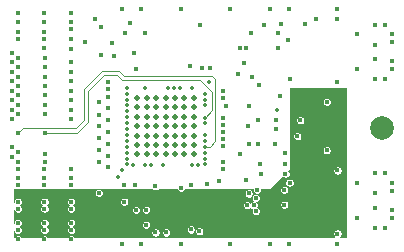
<source format=gbr>
G04 (created by PCBNEW (2013-07-07 BZR 4022)-stable) date 24/11/2015 00:30:31*
%MOIN*%
G04 Gerber Fmt 3.4, Leading zero omitted, Abs format*
%FSLAX34Y34*%
G01*
G70*
G90*
G04 APERTURE LIST*
%ADD10C,0.00590551*%
%ADD11C,0.019685*%
%ADD12C,0.0787402*%
%ADD13C,0.015748*%
%ADD14C,0.0137795*%
%ADD15C,0.015748*%
%ADD16C,0.00393701*%
G04 APERTURE END LIST*
G54D10*
G54D11*
X68307Y-52992D03*
X68937Y-52992D03*
X68622Y-52992D03*
X67677Y-52992D03*
X67992Y-52992D03*
X67362Y-52992D03*
X67047Y-52992D03*
X67047Y-52677D03*
X67362Y-52677D03*
X67992Y-52677D03*
X67677Y-52677D03*
X68622Y-52677D03*
X68937Y-52677D03*
X68307Y-52677D03*
X68307Y-52362D03*
X68937Y-52362D03*
X68622Y-52362D03*
X67677Y-52362D03*
X67992Y-52362D03*
X67362Y-52362D03*
X67047Y-52362D03*
X67047Y-51732D03*
X67362Y-51732D03*
X67992Y-51732D03*
X67677Y-51732D03*
X68622Y-51732D03*
X68937Y-51732D03*
X68307Y-51732D03*
X68307Y-52047D03*
X68937Y-52047D03*
X68622Y-52047D03*
X67677Y-52047D03*
X67992Y-52047D03*
X67362Y-52047D03*
X67047Y-52047D03*
X67047Y-51417D03*
X67362Y-51417D03*
X67992Y-51417D03*
X67677Y-51417D03*
X68622Y-51417D03*
X68937Y-51417D03*
X68307Y-51417D03*
X68307Y-51102D03*
X68937Y-51102D03*
X68622Y-51102D03*
X67677Y-51102D03*
X67992Y-51102D03*
X67362Y-51102D03*
X67047Y-51102D03*
G54D12*
X75196Y-52106D03*
G54D13*
X64842Y-54251D03*
X63070Y-54251D03*
X63956Y-54251D03*
X66614Y-55590D03*
X69685Y-55649D03*
X72618Y-50905D03*
X72244Y-52952D03*
X72657Y-48641D03*
X63956Y-54566D03*
X63070Y-54566D03*
X64842Y-54566D03*
X66811Y-48602D03*
X71082Y-51850D03*
X67303Y-48956D03*
X72125Y-53937D03*
X69133Y-48681D03*
X66633Y-48956D03*
X69114Y-55551D03*
X72480Y-51850D03*
X70610Y-49940D03*
X68838Y-54015D03*
X68838Y-55492D03*
X71082Y-52637D03*
X62874Y-53070D03*
X63976Y-52992D03*
X71003Y-54881D03*
X63070Y-53228D03*
X72381Y-52381D03*
X63070Y-52913D03*
X71988Y-53326D03*
X71830Y-48641D03*
X72066Y-49192D03*
X71948Y-54665D03*
X71948Y-54173D03*
X71043Y-54173D03*
X70925Y-54685D03*
X70708Y-54685D03*
X71732Y-49448D03*
X71279Y-48681D03*
X70826Y-48956D03*
X71732Y-48956D03*
X70472Y-49448D03*
X70688Y-49448D03*
X64842Y-49133D03*
X64842Y-54015D03*
X64842Y-53779D03*
X64842Y-48818D03*
X64842Y-48582D03*
X64842Y-48267D03*
X74960Y-49330D03*
X74960Y-49822D03*
X64842Y-55826D03*
X64842Y-55511D03*
X64842Y-55275D03*
X64842Y-53464D03*
X62874Y-49606D03*
X64842Y-49488D03*
X63956Y-49448D03*
X63956Y-48897D03*
X63070Y-49133D03*
X63956Y-49133D03*
X63956Y-48267D03*
X63956Y-48582D03*
X63070Y-48267D03*
X63070Y-48582D03*
X63070Y-48897D03*
X63956Y-55826D03*
X63956Y-55275D03*
X63070Y-55275D03*
X63956Y-55511D03*
X63070Y-55511D03*
X63070Y-55826D03*
X64842Y-54803D03*
X63956Y-54803D03*
X63956Y-54015D03*
X63956Y-53779D03*
X63956Y-53464D03*
X63070Y-54803D03*
X63070Y-54015D03*
X63070Y-53779D03*
X63070Y-53464D03*
X65846Y-48759D03*
X66555Y-55964D03*
X67185Y-55964D03*
X68523Y-55964D03*
X70137Y-55964D03*
X71476Y-55964D03*
X72106Y-55964D03*
X73720Y-55964D03*
X73720Y-55629D03*
X73720Y-53523D03*
X73366Y-52854D03*
X73720Y-50570D03*
X73366Y-51240D03*
X73720Y-48464D03*
X73011Y-48464D03*
X73720Y-48129D03*
X72106Y-48129D03*
X71476Y-48129D03*
X70137Y-48129D03*
X68523Y-48129D03*
X67185Y-48129D03*
X66555Y-48129D03*
X65649Y-48464D03*
X65295Y-49232D03*
X74370Y-55118D03*
X74370Y-53937D03*
X75314Y-55433D03*
X75314Y-53622D03*
X75314Y-50472D03*
X75314Y-48661D03*
X67657Y-55590D03*
X68011Y-55590D03*
X67007Y-54842D03*
X65846Y-49685D03*
X65767Y-54271D03*
G54D14*
X68484Y-50767D03*
X68287Y-50767D03*
X69074Y-53346D03*
G54D13*
X69488Y-50118D03*
X75551Y-54842D03*
X75551Y-54212D03*
X74960Y-54763D03*
X74960Y-55433D03*
X75551Y-55118D03*
X74960Y-54291D03*
X74960Y-53622D03*
X75551Y-53937D03*
X74960Y-50472D03*
X75551Y-50157D03*
X75551Y-49881D03*
X75551Y-49251D03*
X74960Y-48661D03*
X75551Y-48976D03*
X68818Y-50039D03*
X67342Y-55334D03*
X67342Y-54842D03*
X72125Y-50472D03*
G54D14*
X68877Y-50767D03*
G54D13*
X68503Y-54094D03*
X70767Y-54291D03*
G54D14*
X68877Y-53346D03*
G54D13*
X71633Y-52637D03*
X69783Y-53877D03*
X70669Y-53858D03*
X71988Y-53641D03*
X70748Y-52047D03*
X66279Y-49724D03*
X66948Y-49625D03*
X71141Y-53326D03*
X71988Y-52952D03*
X70787Y-52637D03*
X71811Y-51043D03*
X71122Y-50669D03*
X70787Y-51377D03*
X70866Y-50393D03*
X70393Y-50295D03*
X74370Y-50157D03*
X74370Y-48976D03*
X66200Y-49291D03*
X65787Y-51259D03*
G54D14*
X69291Y-51948D03*
X67500Y-53346D03*
G54D13*
X67657Y-54055D03*
G54D14*
X69448Y-50570D03*
G54D13*
X69921Y-53228D03*
X69921Y-52017D03*
G54D14*
X67322Y-50767D03*
G54D13*
X67007Y-50137D03*
X69370Y-53976D03*
G54D14*
X69291Y-51161D03*
G54D13*
X69901Y-50866D03*
X66968Y-53996D03*
X66062Y-50590D03*
G54D14*
X66712Y-52342D03*
X66712Y-51751D03*
G54D13*
X69901Y-51102D03*
G54D14*
X69291Y-53326D03*
X68090Y-50767D03*
G54D13*
X69192Y-50118D03*
G54D14*
X67893Y-53346D03*
X67303Y-53346D03*
X71712Y-51515D03*
X69291Y-50964D03*
X69291Y-53129D03*
G54D13*
X69921Y-53484D03*
X66614Y-54566D03*
G54D14*
X66909Y-53346D03*
G54D13*
X69921Y-52696D03*
X69921Y-52460D03*
G54D14*
X69291Y-52549D03*
G54D13*
X71003Y-54438D03*
G54D14*
X69291Y-52352D03*
G54D13*
X71181Y-53641D03*
G54D14*
X69291Y-52933D03*
G54D13*
X70472Y-52972D03*
G54D14*
X69291Y-51358D03*
G54D13*
X70000Y-51377D03*
X63976Y-53228D03*
X69921Y-52244D03*
X69921Y-51791D03*
X62874Y-52755D03*
X66062Y-52244D03*
X63976Y-50708D03*
X65787Y-52047D03*
X64842Y-50551D03*
X62874Y-50551D03*
G54D14*
X66712Y-51948D03*
G54D13*
X63976Y-49763D03*
X66062Y-50826D03*
X63070Y-49763D03*
G54D14*
X66712Y-50767D03*
G54D13*
X63976Y-50393D03*
X66062Y-51850D03*
X63070Y-50393D03*
G54D14*
X66712Y-51555D03*
G54D13*
X64842Y-50236D03*
X65787Y-51673D03*
X62874Y-50236D03*
G54D14*
X66712Y-51358D03*
G54D13*
X63976Y-50078D03*
X66062Y-51456D03*
G54D14*
X66712Y-51161D03*
G54D13*
X63070Y-50078D03*
X64842Y-49921D03*
X66062Y-51062D03*
X62874Y-49921D03*
G54D14*
X66712Y-50964D03*
G54D13*
X63070Y-50708D03*
G54D14*
X66712Y-52145D03*
G54D13*
X63976Y-52283D03*
G54D14*
X69291Y-51761D03*
G54D13*
X71673Y-51850D03*
X65787Y-52440D03*
X64842Y-50866D03*
X66062Y-52637D03*
X63976Y-51023D03*
G54D14*
X66712Y-52736D03*
G54D13*
X63070Y-51023D03*
X63976Y-51653D03*
G54D14*
X66535Y-53523D03*
G54D13*
X63070Y-51653D03*
X66614Y-53996D03*
X64842Y-51811D03*
X65787Y-52834D03*
X62874Y-51181D03*
G54D14*
X66712Y-52933D03*
G54D13*
X64842Y-51496D03*
X66062Y-53031D03*
X62874Y-51496D03*
G54D14*
X66712Y-53129D03*
G54D13*
X64842Y-51181D03*
X65787Y-53248D03*
G54D14*
X66712Y-53326D03*
G54D13*
X62874Y-51811D03*
X63976Y-51338D03*
X66062Y-53425D03*
X63070Y-51338D03*
G54D14*
X66417Y-53759D03*
G54D13*
X62874Y-50866D03*
G54D14*
X66712Y-52539D03*
G54D13*
X63070Y-52283D03*
X71673Y-52145D03*
G54D14*
X69291Y-52746D03*
G54D15*
X64842Y-54251D02*
X65118Y-54251D01*
X66614Y-55118D02*
X65984Y-55118D01*
X65984Y-55118D02*
X65137Y-54271D01*
X65118Y-54251D02*
X65137Y-54271D01*
X66614Y-55590D02*
X66614Y-55118D01*
X69685Y-55649D02*
X69153Y-55118D01*
X69153Y-55118D02*
X66614Y-55118D01*
X72244Y-52952D02*
X72834Y-52952D01*
X69685Y-55649D02*
X71653Y-55649D01*
X71653Y-55649D02*
X72834Y-54468D01*
X72834Y-54468D02*
X72834Y-52952D01*
X72834Y-52952D02*
X72834Y-51122D01*
X72834Y-51122D02*
X72618Y-50905D01*
G54D16*
X63976Y-52283D02*
X65039Y-52283D01*
X69527Y-51525D02*
X69291Y-51761D01*
X69527Y-50905D02*
X69527Y-51525D01*
X69133Y-50511D02*
X69527Y-50905D01*
X66535Y-50511D02*
X69133Y-50511D01*
X66377Y-50354D02*
X66535Y-50511D01*
X65944Y-50354D02*
X66377Y-50354D01*
X65413Y-50885D02*
X65944Y-50354D01*
X65413Y-51909D02*
X65413Y-50885D01*
X65039Y-52283D02*
X65413Y-51909D01*
X63070Y-52283D02*
X63248Y-52106D01*
X69458Y-52746D02*
X69291Y-52746D01*
X69645Y-52559D02*
X69458Y-52746D01*
X69645Y-50472D02*
X69645Y-52559D01*
X69547Y-50374D02*
X69645Y-50472D01*
X66614Y-50374D02*
X69547Y-50374D01*
X66456Y-50216D02*
X66614Y-50374D01*
X65866Y-50216D02*
X66456Y-50216D01*
X65275Y-50807D02*
X65866Y-50216D01*
X65275Y-51850D02*
X65275Y-50807D01*
X65019Y-52106D02*
X65275Y-51850D01*
X63248Y-52106D02*
X65019Y-52106D01*
G54D10*
G36*
X73996Y-55728D02*
X73816Y-55728D01*
X73837Y-55708D01*
X73858Y-55657D01*
X73858Y-55602D01*
X73858Y-53496D01*
X73837Y-53445D01*
X73798Y-53406D01*
X73748Y-53385D01*
X73693Y-53385D01*
X73642Y-53406D01*
X73603Y-53445D01*
X73582Y-53496D01*
X73582Y-53550D01*
X73603Y-53601D01*
X73642Y-53640D01*
X73692Y-53661D01*
X73747Y-53661D01*
X73798Y-53640D01*
X73837Y-53601D01*
X73858Y-53551D01*
X73858Y-53496D01*
X73858Y-55602D01*
X73837Y-55551D01*
X73798Y-55513D01*
X73748Y-55492D01*
X73693Y-55492D01*
X73642Y-55513D01*
X73603Y-55551D01*
X73582Y-55602D01*
X73582Y-55657D01*
X73603Y-55707D01*
X73624Y-55728D01*
X73503Y-55728D01*
X73503Y-52827D01*
X73503Y-51212D01*
X73483Y-51162D01*
X73444Y-51123D01*
X73393Y-51102D01*
X73338Y-51102D01*
X73288Y-51123D01*
X73249Y-51162D01*
X73228Y-51212D01*
X73228Y-51267D01*
X73249Y-51318D01*
X73287Y-51356D01*
X73338Y-51377D01*
X73393Y-51377D01*
X73444Y-51357D01*
X73482Y-51318D01*
X73503Y-51267D01*
X73503Y-51212D01*
X73503Y-52827D01*
X73483Y-52776D01*
X73444Y-52737D01*
X73393Y-52716D01*
X73338Y-52716D01*
X73288Y-52737D01*
X73249Y-52776D01*
X73228Y-52826D01*
X73228Y-52881D01*
X73249Y-52932D01*
X73287Y-52971D01*
X73338Y-52992D01*
X73393Y-52992D01*
X73444Y-52971D01*
X73482Y-52932D01*
X73503Y-52881D01*
X73503Y-52827D01*
X73503Y-55728D01*
X72618Y-55728D01*
X72618Y-51823D01*
X72597Y-51772D01*
X72558Y-51733D01*
X72507Y-51712D01*
X72453Y-51712D01*
X72402Y-51733D01*
X72363Y-51772D01*
X72342Y-51822D01*
X72342Y-51877D01*
X72363Y-51928D01*
X72402Y-51967D01*
X72452Y-51988D01*
X72507Y-51988D01*
X72558Y-51967D01*
X72597Y-51928D01*
X72618Y-51877D01*
X72618Y-51823D01*
X72618Y-55728D01*
X72519Y-55728D01*
X72519Y-52354D01*
X72498Y-52303D01*
X72460Y-52265D01*
X72409Y-52244D01*
X72354Y-52244D01*
X72303Y-52265D01*
X72265Y-52303D01*
X72244Y-52354D01*
X72244Y-52409D01*
X72265Y-52459D01*
X72303Y-52498D01*
X72354Y-52519D01*
X72409Y-52519D01*
X72459Y-52498D01*
X72498Y-52460D01*
X72519Y-52409D01*
X72519Y-52354D01*
X72519Y-55728D01*
X72263Y-55728D01*
X72263Y-53909D01*
X72242Y-53859D01*
X72204Y-53820D01*
X72153Y-53799D01*
X72098Y-53799D01*
X72048Y-53820D01*
X72009Y-53858D01*
X71988Y-53909D01*
X71988Y-53964D01*
X72009Y-54014D01*
X72047Y-54053D01*
X72098Y-54074D01*
X72153Y-54074D01*
X72203Y-54053D01*
X72242Y-54015D01*
X72263Y-53964D01*
X72263Y-53909D01*
X72263Y-55728D01*
X72086Y-55728D01*
X72086Y-54638D01*
X72086Y-54145D01*
X72065Y-54095D01*
X72026Y-54056D01*
X71976Y-54035D01*
X71921Y-54035D01*
X71870Y-54056D01*
X71832Y-54095D01*
X71811Y-54145D01*
X71810Y-54200D01*
X71831Y-54251D01*
X71870Y-54289D01*
X71921Y-54310D01*
X71976Y-54311D01*
X72026Y-54290D01*
X72065Y-54251D01*
X72086Y-54200D01*
X72086Y-54145D01*
X72086Y-54638D01*
X72065Y-54587D01*
X72026Y-54548D01*
X71976Y-54527D01*
X71921Y-54527D01*
X71870Y-54548D01*
X71832Y-54587D01*
X71811Y-54637D01*
X71810Y-54692D01*
X71831Y-54743D01*
X71870Y-54782D01*
X71921Y-54803D01*
X71976Y-54803D01*
X72026Y-54782D01*
X72065Y-54743D01*
X72086Y-54692D01*
X72086Y-54638D01*
X72086Y-55728D01*
X69251Y-55728D01*
X69251Y-55523D01*
X69231Y-55473D01*
X69192Y-55434D01*
X69141Y-55413D01*
X69086Y-55413D01*
X69036Y-55434D01*
X68997Y-55473D01*
X68976Y-55523D01*
X68976Y-55464D01*
X68955Y-55414D01*
X68916Y-55375D01*
X68866Y-55354D01*
X68811Y-55354D01*
X68760Y-55375D01*
X68721Y-55413D01*
X68700Y-55464D01*
X68700Y-55519D01*
X68721Y-55570D01*
X68760Y-55608D01*
X68811Y-55629D01*
X68865Y-55629D01*
X68916Y-55609D01*
X68955Y-55570D01*
X68976Y-55519D01*
X68976Y-55464D01*
X68976Y-55523D01*
X68976Y-55578D01*
X68997Y-55629D01*
X69036Y-55667D01*
X69086Y-55688D01*
X69141Y-55689D01*
X69192Y-55668D01*
X69230Y-55629D01*
X69251Y-55578D01*
X69251Y-55523D01*
X69251Y-55728D01*
X68039Y-55728D01*
X68089Y-55707D01*
X68128Y-55668D01*
X68149Y-55618D01*
X68149Y-55563D01*
X68128Y-55512D01*
X68089Y-55473D01*
X68039Y-55452D01*
X67984Y-55452D01*
X67933Y-55473D01*
X67895Y-55512D01*
X67874Y-55563D01*
X67873Y-55617D01*
X67894Y-55668D01*
X67933Y-55707D01*
X67984Y-55728D01*
X68011Y-55728D01*
X67684Y-55728D01*
X67735Y-55707D01*
X67774Y-55668D01*
X67795Y-55618D01*
X67795Y-55563D01*
X67774Y-55512D01*
X67735Y-55473D01*
X67685Y-55452D01*
X67630Y-55452D01*
X67579Y-55473D01*
X67540Y-55512D01*
X67519Y-55563D01*
X67519Y-55617D01*
X67540Y-55668D01*
X67579Y-55707D01*
X67629Y-55728D01*
X67657Y-55728D01*
X67480Y-55728D01*
X67480Y-55307D01*
X67480Y-54815D01*
X67459Y-54764D01*
X67420Y-54725D01*
X67370Y-54704D01*
X67315Y-54704D01*
X67264Y-54725D01*
X67225Y-54764D01*
X67204Y-54814D01*
X67204Y-54869D01*
X67225Y-54920D01*
X67264Y-54959D01*
X67314Y-54980D01*
X67369Y-54980D01*
X67420Y-54959D01*
X67459Y-54920D01*
X67480Y-54870D01*
X67480Y-54815D01*
X67480Y-55307D01*
X67459Y-55256D01*
X67420Y-55217D01*
X67370Y-55196D01*
X67315Y-55196D01*
X67264Y-55217D01*
X67225Y-55256D01*
X67204Y-55307D01*
X67204Y-55361D01*
X67225Y-55412D01*
X67264Y-55451D01*
X67314Y-55472D01*
X67369Y-55472D01*
X67420Y-55451D01*
X67459Y-55412D01*
X67480Y-55362D01*
X67480Y-55307D01*
X67480Y-55728D01*
X67145Y-55728D01*
X67145Y-54815D01*
X67124Y-54764D01*
X67086Y-54725D01*
X67035Y-54704D01*
X66980Y-54704D01*
X66929Y-54725D01*
X66891Y-54764D01*
X66870Y-54814D01*
X66870Y-54869D01*
X66890Y-54920D01*
X66929Y-54959D01*
X66980Y-54980D01*
X67035Y-54980D01*
X67085Y-54959D01*
X67124Y-54920D01*
X67145Y-54870D01*
X67145Y-54815D01*
X67145Y-55728D01*
X66751Y-55728D01*
X66751Y-54539D01*
X66731Y-54488D01*
X66692Y-54450D01*
X66641Y-54429D01*
X66586Y-54429D01*
X66536Y-54450D01*
X66497Y-54488D01*
X66476Y-54539D01*
X66476Y-54594D01*
X66497Y-54644D01*
X66536Y-54683D01*
X66586Y-54704D01*
X66641Y-54704D01*
X66692Y-54683D01*
X66730Y-54645D01*
X66751Y-54594D01*
X66751Y-54539D01*
X66751Y-55728D01*
X64980Y-55728D01*
X64980Y-55484D01*
X64959Y-55433D01*
X64920Y-55395D01*
X64917Y-55393D01*
X64920Y-55392D01*
X64959Y-55353D01*
X64980Y-55303D01*
X64980Y-55248D01*
X64980Y-54775D01*
X64959Y-54725D01*
X64920Y-54686D01*
X64917Y-54685D01*
X64920Y-54683D01*
X64959Y-54645D01*
X64980Y-54594D01*
X64980Y-54539D01*
X64959Y-54488D01*
X64920Y-54450D01*
X64870Y-54429D01*
X64815Y-54429D01*
X64764Y-54450D01*
X64725Y-54488D01*
X64704Y-54539D01*
X64704Y-54594D01*
X64725Y-54644D01*
X64764Y-54683D01*
X64767Y-54685D01*
X64764Y-54686D01*
X64725Y-54724D01*
X64704Y-54775D01*
X64704Y-54830D01*
X64725Y-54881D01*
X64764Y-54919D01*
X64814Y-54940D01*
X64869Y-54940D01*
X64920Y-54920D01*
X64959Y-54881D01*
X64980Y-54830D01*
X64980Y-54775D01*
X64980Y-55248D01*
X64959Y-55197D01*
X64920Y-55158D01*
X64870Y-55137D01*
X64815Y-55137D01*
X64764Y-55158D01*
X64725Y-55197D01*
X64704Y-55248D01*
X64704Y-55302D01*
X64725Y-55353D01*
X64764Y-55392D01*
X64767Y-55393D01*
X64764Y-55394D01*
X64725Y-55433D01*
X64704Y-55484D01*
X64704Y-55539D01*
X64725Y-55589D01*
X64764Y-55628D01*
X64814Y-55649D01*
X64869Y-55649D01*
X64920Y-55628D01*
X64959Y-55589D01*
X64980Y-55539D01*
X64980Y-55484D01*
X64980Y-55728D01*
X64938Y-55728D01*
X64920Y-55710D01*
X64870Y-55689D01*
X64815Y-55688D01*
X64764Y-55709D01*
X64746Y-55728D01*
X64094Y-55728D01*
X64094Y-55484D01*
X64073Y-55433D01*
X64034Y-55395D01*
X64031Y-55393D01*
X64034Y-55392D01*
X64073Y-55353D01*
X64094Y-55303D01*
X64094Y-55248D01*
X64094Y-54775D01*
X64073Y-54725D01*
X64034Y-54686D01*
X64031Y-54685D01*
X64034Y-54683D01*
X64073Y-54645D01*
X64094Y-54594D01*
X64094Y-54539D01*
X64073Y-54488D01*
X64034Y-54450D01*
X63984Y-54429D01*
X63929Y-54429D01*
X63878Y-54450D01*
X63839Y-54488D01*
X63818Y-54539D01*
X63818Y-54594D01*
X63839Y-54644D01*
X63878Y-54683D01*
X63881Y-54685D01*
X63878Y-54686D01*
X63839Y-54724D01*
X63818Y-54775D01*
X63818Y-54830D01*
X63839Y-54881D01*
X63878Y-54919D01*
X63929Y-54940D01*
X63983Y-54940D01*
X64034Y-54920D01*
X64073Y-54881D01*
X64094Y-54830D01*
X64094Y-54775D01*
X64094Y-55248D01*
X64073Y-55197D01*
X64034Y-55158D01*
X63984Y-55137D01*
X63929Y-55137D01*
X63878Y-55158D01*
X63839Y-55197D01*
X63818Y-55248D01*
X63818Y-55302D01*
X63839Y-55353D01*
X63878Y-55392D01*
X63881Y-55393D01*
X63878Y-55394D01*
X63839Y-55433D01*
X63818Y-55484D01*
X63818Y-55539D01*
X63839Y-55589D01*
X63878Y-55628D01*
X63929Y-55649D01*
X63983Y-55649D01*
X64034Y-55628D01*
X64073Y-55589D01*
X64094Y-55539D01*
X64094Y-55484D01*
X64094Y-55728D01*
X64053Y-55728D01*
X64034Y-55710D01*
X63984Y-55689D01*
X63929Y-55688D01*
X63878Y-55709D01*
X63860Y-55728D01*
X63167Y-55728D01*
X63149Y-55710D01*
X63098Y-55689D01*
X63043Y-55688D01*
X62992Y-55709D01*
X62974Y-55728D01*
X62933Y-55728D01*
X62933Y-55539D01*
X62953Y-55589D01*
X62992Y-55628D01*
X63043Y-55649D01*
X63098Y-55649D01*
X63148Y-55628D01*
X63187Y-55589D01*
X63208Y-55539D01*
X63208Y-55484D01*
X63187Y-55433D01*
X63149Y-55395D01*
X63145Y-55393D01*
X63148Y-55392D01*
X63187Y-55353D01*
X63208Y-55303D01*
X63208Y-55248D01*
X63187Y-55197D01*
X63149Y-55158D01*
X63098Y-55137D01*
X63043Y-55137D01*
X62992Y-55158D01*
X62954Y-55197D01*
X62933Y-55248D01*
X62933Y-55275D01*
X62933Y-54830D01*
X62953Y-54881D01*
X62992Y-54919D01*
X63043Y-54940D01*
X63098Y-54940D01*
X63148Y-54920D01*
X63187Y-54881D01*
X63208Y-54830D01*
X63208Y-54775D01*
X63187Y-54725D01*
X63149Y-54686D01*
X63145Y-54685D01*
X63148Y-54683D01*
X63187Y-54645D01*
X63208Y-54594D01*
X63208Y-54539D01*
X63187Y-54488D01*
X63149Y-54450D01*
X63098Y-54429D01*
X63043Y-54429D01*
X62992Y-54450D01*
X62954Y-54488D01*
X62933Y-54539D01*
X62933Y-54566D01*
X62933Y-54133D01*
X62995Y-54133D01*
X63043Y-54153D01*
X63098Y-54153D01*
X63145Y-54133D01*
X63881Y-54133D01*
X63929Y-54153D01*
X63983Y-54153D01*
X64031Y-54133D01*
X64767Y-54133D01*
X64814Y-54153D01*
X64869Y-54153D01*
X64917Y-54133D01*
X65740Y-54133D01*
X65689Y-54154D01*
X65650Y-54193D01*
X65629Y-54244D01*
X65629Y-54298D01*
X65650Y-54349D01*
X65689Y-54388D01*
X65740Y-54409D01*
X65795Y-54409D01*
X65845Y-54388D01*
X65884Y-54349D01*
X65905Y-54299D01*
X65905Y-54244D01*
X65884Y-54193D01*
X65845Y-54154D01*
X65795Y-54133D01*
X65767Y-54133D01*
X66614Y-54133D01*
X66641Y-54133D01*
X66641Y-54133D01*
X66968Y-54133D01*
X66995Y-54133D01*
X66995Y-54133D01*
X67541Y-54133D01*
X67579Y-54171D01*
X67629Y-54192D01*
X67684Y-54192D01*
X67735Y-54172D01*
X67773Y-54133D01*
X68371Y-54133D01*
X68387Y-54172D01*
X68425Y-54211D01*
X68476Y-54232D01*
X68531Y-54232D01*
X68581Y-54211D01*
X68620Y-54172D01*
X68636Y-54133D01*
X68763Y-54133D01*
X68811Y-54153D01*
X68865Y-54153D01*
X68913Y-54133D01*
X70910Y-54133D01*
X70905Y-54145D01*
X70905Y-54200D01*
X70926Y-54251D01*
X70965Y-54289D01*
X70992Y-54301D01*
X70976Y-54301D01*
X70925Y-54322D01*
X70888Y-54359D01*
X70905Y-54318D01*
X70905Y-54264D01*
X70884Y-54213D01*
X70845Y-54174D01*
X70795Y-54153D01*
X70740Y-54153D01*
X70689Y-54174D01*
X70650Y-54213D01*
X70629Y-54263D01*
X70629Y-54318D01*
X70650Y-54369D01*
X70689Y-54408D01*
X70740Y-54429D01*
X70795Y-54429D01*
X70845Y-54408D01*
X70882Y-54370D01*
X70866Y-54411D01*
X70866Y-54466D01*
X70887Y-54516D01*
X70917Y-54547D01*
X70897Y-54547D01*
X70847Y-54568D01*
X70816Y-54598D01*
X70786Y-54568D01*
X70736Y-54547D01*
X70681Y-54547D01*
X70630Y-54568D01*
X70591Y-54606D01*
X70570Y-54657D01*
X70570Y-54712D01*
X70591Y-54762D01*
X70630Y-54801D01*
X70681Y-54822D01*
X70735Y-54822D01*
X70786Y-54801D01*
X70816Y-54771D01*
X70847Y-54801D01*
X70881Y-54816D01*
X70866Y-54854D01*
X70866Y-54909D01*
X70887Y-54959D01*
X70925Y-54998D01*
X70976Y-55019D01*
X71031Y-55019D01*
X71081Y-54998D01*
X71120Y-54960D01*
X71141Y-54909D01*
X71141Y-54854D01*
X71120Y-54803D01*
X71082Y-54765D01*
X71047Y-54750D01*
X71062Y-54712D01*
X71063Y-54657D01*
X71042Y-54607D01*
X71011Y-54576D01*
X71031Y-54576D01*
X71081Y-54555D01*
X71120Y-54517D01*
X71141Y-54466D01*
X71141Y-54411D01*
X71120Y-54361D01*
X71082Y-54322D01*
X71055Y-54311D01*
X71070Y-54311D01*
X71121Y-54290D01*
X71160Y-54251D01*
X71181Y-54200D01*
X71181Y-54145D01*
X71176Y-54133D01*
X71484Y-54133D01*
X71884Y-53733D01*
X71910Y-53758D01*
X71960Y-53779D01*
X72015Y-53779D01*
X72066Y-53758D01*
X72104Y-53719D01*
X72125Y-53669D01*
X72126Y-53614D01*
X72105Y-53563D01*
X72079Y-53538D01*
X72145Y-53472D01*
X72145Y-50767D01*
X73996Y-50767D01*
X73996Y-55728D01*
X73996Y-55728D01*
G37*
G54D16*
X73996Y-55728D02*
X73816Y-55728D01*
X73837Y-55708D01*
X73858Y-55657D01*
X73858Y-55602D01*
X73858Y-53496D01*
X73837Y-53445D01*
X73798Y-53406D01*
X73748Y-53385D01*
X73693Y-53385D01*
X73642Y-53406D01*
X73603Y-53445D01*
X73582Y-53496D01*
X73582Y-53550D01*
X73603Y-53601D01*
X73642Y-53640D01*
X73692Y-53661D01*
X73747Y-53661D01*
X73798Y-53640D01*
X73837Y-53601D01*
X73858Y-53551D01*
X73858Y-53496D01*
X73858Y-55602D01*
X73837Y-55551D01*
X73798Y-55513D01*
X73748Y-55492D01*
X73693Y-55492D01*
X73642Y-55513D01*
X73603Y-55551D01*
X73582Y-55602D01*
X73582Y-55657D01*
X73603Y-55707D01*
X73624Y-55728D01*
X73503Y-55728D01*
X73503Y-52827D01*
X73503Y-51212D01*
X73483Y-51162D01*
X73444Y-51123D01*
X73393Y-51102D01*
X73338Y-51102D01*
X73288Y-51123D01*
X73249Y-51162D01*
X73228Y-51212D01*
X73228Y-51267D01*
X73249Y-51318D01*
X73287Y-51356D01*
X73338Y-51377D01*
X73393Y-51377D01*
X73444Y-51357D01*
X73482Y-51318D01*
X73503Y-51267D01*
X73503Y-51212D01*
X73503Y-52827D01*
X73483Y-52776D01*
X73444Y-52737D01*
X73393Y-52716D01*
X73338Y-52716D01*
X73288Y-52737D01*
X73249Y-52776D01*
X73228Y-52826D01*
X73228Y-52881D01*
X73249Y-52932D01*
X73287Y-52971D01*
X73338Y-52992D01*
X73393Y-52992D01*
X73444Y-52971D01*
X73482Y-52932D01*
X73503Y-52881D01*
X73503Y-52827D01*
X73503Y-55728D01*
X72618Y-55728D01*
X72618Y-51823D01*
X72597Y-51772D01*
X72558Y-51733D01*
X72507Y-51712D01*
X72453Y-51712D01*
X72402Y-51733D01*
X72363Y-51772D01*
X72342Y-51822D01*
X72342Y-51877D01*
X72363Y-51928D01*
X72402Y-51967D01*
X72452Y-51988D01*
X72507Y-51988D01*
X72558Y-51967D01*
X72597Y-51928D01*
X72618Y-51877D01*
X72618Y-51823D01*
X72618Y-55728D01*
X72519Y-55728D01*
X72519Y-52354D01*
X72498Y-52303D01*
X72460Y-52265D01*
X72409Y-52244D01*
X72354Y-52244D01*
X72303Y-52265D01*
X72265Y-52303D01*
X72244Y-52354D01*
X72244Y-52409D01*
X72265Y-52459D01*
X72303Y-52498D01*
X72354Y-52519D01*
X72409Y-52519D01*
X72459Y-52498D01*
X72498Y-52460D01*
X72519Y-52409D01*
X72519Y-52354D01*
X72519Y-55728D01*
X72263Y-55728D01*
X72263Y-53909D01*
X72242Y-53859D01*
X72204Y-53820D01*
X72153Y-53799D01*
X72098Y-53799D01*
X72048Y-53820D01*
X72009Y-53858D01*
X71988Y-53909D01*
X71988Y-53964D01*
X72009Y-54014D01*
X72047Y-54053D01*
X72098Y-54074D01*
X72153Y-54074D01*
X72203Y-54053D01*
X72242Y-54015D01*
X72263Y-53964D01*
X72263Y-53909D01*
X72263Y-55728D01*
X72086Y-55728D01*
X72086Y-54638D01*
X72086Y-54145D01*
X72065Y-54095D01*
X72026Y-54056D01*
X71976Y-54035D01*
X71921Y-54035D01*
X71870Y-54056D01*
X71832Y-54095D01*
X71811Y-54145D01*
X71810Y-54200D01*
X71831Y-54251D01*
X71870Y-54289D01*
X71921Y-54310D01*
X71976Y-54311D01*
X72026Y-54290D01*
X72065Y-54251D01*
X72086Y-54200D01*
X72086Y-54145D01*
X72086Y-54638D01*
X72065Y-54587D01*
X72026Y-54548D01*
X71976Y-54527D01*
X71921Y-54527D01*
X71870Y-54548D01*
X71832Y-54587D01*
X71811Y-54637D01*
X71810Y-54692D01*
X71831Y-54743D01*
X71870Y-54782D01*
X71921Y-54803D01*
X71976Y-54803D01*
X72026Y-54782D01*
X72065Y-54743D01*
X72086Y-54692D01*
X72086Y-54638D01*
X72086Y-55728D01*
X69251Y-55728D01*
X69251Y-55523D01*
X69231Y-55473D01*
X69192Y-55434D01*
X69141Y-55413D01*
X69086Y-55413D01*
X69036Y-55434D01*
X68997Y-55473D01*
X68976Y-55523D01*
X68976Y-55464D01*
X68955Y-55414D01*
X68916Y-55375D01*
X68866Y-55354D01*
X68811Y-55354D01*
X68760Y-55375D01*
X68721Y-55413D01*
X68700Y-55464D01*
X68700Y-55519D01*
X68721Y-55570D01*
X68760Y-55608D01*
X68811Y-55629D01*
X68865Y-55629D01*
X68916Y-55609D01*
X68955Y-55570D01*
X68976Y-55519D01*
X68976Y-55464D01*
X68976Y-55523D01*
X68976Y-55578D01*
X68997Y-55629D01*
X69036Y-55667D01*
X69086Y-55688D01*
X69141Y-55689D01*
X69192Y-55668D01*
X69230Y-55629D01*
X69251Y-55578D01*
X69251Y-55523D01*
X69251Y-55728D01*
X68039Y-55728D01*
X68089Y-55707D01*
X68128Y-55668D01*
X68149Y-55618D01*
X68149Y-55563D01*
X68128Y-55512D01*
X68089Y-55473D01*
X68039Y-55452D01*
X67984Y-55452D01*
X67933Y-55473D01*
X67895Y-55512D01*
X67874Y-55563D01*
X67873Y-55617D01*
X67894Y-55668D01*
X67933Y-55707D01*
X67984Y-55728D01*
X68011Y-55728D01*
X67684Y-55728D01*
X67735Y-55707D01*
X67774Y-55668D01*
X67795Y-55618D01*
X67795Y-55563D01*
X67774Y-55512D01*
X67735Y-55473D01*
X67685Y-55452D01*
X67630Y-55452D01*
X67579Y-55473D01*
X67540Y-55512D01*
X67519Y-55563D01*
X67519Y-55617D01*
X67540Y-55668D01*
X67579Y-55707D01*
X67629Y-55728D01*
X67657Y-55728D01*
X67480Y-55728D01*
X67480Y-55307D01*
X67480Y-54815D01*
X67459Y-54764D01*
X67420Y-54725D01*
X67370Y-54704D01*
X67315Y-54704D01*
X67264Y-54725D01*
X67225Y-54764D01*
X67204Y-54814D01*
X67204Y-54869D01*
X67225Y-54920D01*
X67264Y-54959D01*
X67314Y-54980D01*
X67369Y-54980D01*
X67420Y-54959D01*
X67459Y-54920D01*
X67480Y-54870D01*
X67480Y-54815D01*
X67480Y-55307D01*
X67459Y-55256D01*
X67420Y-55217D01*
X67370Y-55196D01*
X67315Y-55196D01*
X67264Y-55217D01*
X67225Y-55256D01*
X67204Y-55307D01*
X67204Y-55361D01*
X67225Y-55412D01*
X67264Y-55451D01*
X67314Y-55472D01*
X67369Y-55472D01*
X67420Y-55451D01*
X67459Y-55412D01*
X67480Y-55362D01*
X67480Y-55307D01*
X67480Y-55728D01*
X67145Y-55728D01*
X67145Y-54815D01*
X67124Y-54764D01*
X67086Y-54725D01*
X67035Y-54704D01*
X66980Y-54704D01*
X66929Y-54725D01*
X66891Y-54764D01*
X66870Y-54814D01*
X66870Y-54869D01*
X66890Y-54920D01*
X66929Y-54959D01*
X66980Y-54980D01*
X67035Y-54980D01*
X67085Y-54959D01*
X67124Y-54920D01*
X67145Y-54870D01*
X67145Y-54815D01*
X67145Y-55728D01*
X66751Y-55728D01*
X66751Y-54539D01*
X66731Y-54488D01*
X66692Y-54450D01*
X66641Y-54429D01*
X66586Y-54429D01*
X66536Y-54450D01*
X66497Y-54488D01*
X66476Y-54539D01*
X66476Y-54594D01*
X66497Y-54644D01*
X66536Y-54683D01*
X66586Y-54704D01*
X66641Y-54704D01*
X66692Y-54683D01*
X66730Y-54645D01*
X66751Y-54594D01*
X66751Y-54539D01*
X66751Y-55728D01*
X64980Y-55728D01*
X64980Y-55484D01*
X64959Y-55433D01*
X64920Y-55395D01*
X64917Y-55393D01*
X64920Y-55392D01*
X64959Y-55353D01*
X64980Y-55303D01*
X64980Y-55248D01*
X64980Y-54775D01*
X64959Y-54725D01*
X64920Y-54686D01*
X64917Y-54685D01*
X64920Y-54683D01*
X64959Y-54645D01*
X64980Y-54594D01*
X64980Y-54539D01*
X64959Y-54488D01*
X64920Y-54450D01*
X64870Y-54429D01*
X64815Y-54429D01*
X64764Y-54450D01*
X64725Y-54488D01*
X64704Y-54539D01*
X64704Y-54594D01*
X64725Y-54644D01*
X64764Y-54683D01*
X64767Y-54685D01*
X64764Y-54686D01*
X64725Y-54724D01*
X64704Y-54775D01*
X64704Y-54830D01*
X64725Y-54881D01*
X64764Y-54919D01*
X64814Y-54940D01*
X64869Y-54940D01*
X64920Y-54920D01*
X64959Y-54881D01*
X64980Y-54830D01*
X64980Y-54775D01*
X64980Y-55248D01*
X64959Y-55197D01*
X64920Y-55158D01*
X64870Y-55137D01*
X64815Y-55137D01*
X64764Y-55158D01*
X64725Y-55197D01*
X64704Y-55248D01*
X64704Y-55302D01*
X64725Y-55353D01*
X64764Y-55392D01*
X64767Y-55393D01*
X64764Y-55394D01*
X64725Y-55433D01*
X64704Y-55484D01*
X64704Y-55539D01*
X64725Y-55589D01*
X64764Y-55628D01*
X64814Y-55649D01*
X64869Y-55649D01*
X64920Y-55628D01*
X64959Y-55589D01*
X64980Y-55539D01*
X64980Y-55484D01*
X64980Y-55728D01*
X64938Y-55728D01*
X64920Y-55710D01*
X64870Y-55689D01*
X64815Y-55688D01*
X64764Y-55709D01*
X64746Y-55728D01*
X64094Y-55728D01*
X64094Y-55484D01*
X64073Y-55433D01*
X64034Y-55395D01*
X64031Y-55393D01*
X64034Y-55392D01*
X64073Y-55353D01*
X64094Y-55303D01*
X64094Y-55248D01*
X64094Y-54775D01*
X64073Y-54725D01*
X64034Y-54686D01*
X64031Y-54685D01*
X64034Y-54683D01*
X64073Y-54645D01*
X64094Y-54594D01*
X64094Y-54539D01*
X64073Y-54488D01*
X64034Y-54450D01*
X63984Y-54429D01*
X63929Y-54429D01*
X63878Y-54450D01*
X63839Y-54488D01*
X63818Y-54539D01*
X63818Y-54594D01*
X63839Y-54644D01*
X63878Y-54683D01*
X63881Y-54685D01*
X63878Y-54686D01*
X63839Y-54724D01*
X63818Y-54775D01*
X63818Y-54830D01*
X63839Y-54881D01*
X63878Y-54919D01*
X63929Y-54940D01*
X63983Y-54940D01*
X64034Y-54920D01*
X64073Y-54881D01*
X64094Y-54830D01*
X64094Y-54775D01*
X64094Y-55248D01*
X64073Y-55197D01*
X64034Y-55158D01*
X63984Y-55137D01*
X63929Y-55137D01*
X63878Y-55158D01*
X63839Y-55197D01*
X63818Y-55248D01*
X63818Y-55302D01*
X63839Y-55353D01*
X63878Y-55392D01*
X63881Y-55393D01*
X63878Y-55394D01*
X63839Y-55433D01*
X63818Y-55484D01*
X63818Y-55539D01*
X63839Y-55589D01*
X63878Y-55628D01*
X63929Y-55649D01*
X63983Y-55649D01*
X64034Y-55628D01*
X64073Y-55589D01*
X64094Y-55539D01*
X64094Y-55484D01*
X64094Y-55728D01*
X64053Y-55728D01*
X64034Y-55710D01*
X63984Y-55689D01*
X63929Y-55688D01*
X63878Y-55709D01*
X63860Y-55728D01*
X63167Y-55728D01*
X63149Y-55710D01*
X63098Y-55689D01*
X63043Y-55688D01*
X62992Y-55709D01*
X62974Y-55728D01*
X62933Y-55728D01*
X62933Y-55539D01*
X62953Y-55589D01*
X62992Y-55628D01*
X63043Y-55649D01*
X63098Y-55649D01*
X63148Y-55628D01*
X63187Y-55589D01*
X63208Y-55539D01*
X63208Y-55484D01*
X63187Y-55433D01*
X63149Y-55395D01*
X63145Y-55393D01*
X63148Y-55392D01*
X63187Y-55353D01*
X63208Y-55303D01*
X63208Y-55248D01*
X63187Y-55197D01*
X63149Y-55158D01*
X63098Y-55137D01*
X63043Y-55137D01*
X62992Y-55158D01*
X62954Y-55197D01*
X62933Y-55248D01*
X62933Y-55275D01*
X62933Y-54830D01*
X62953Y-54881D01*
X62992Y-54919D01*
X63043Y-54940D01*
X63098Y-54940D01*
X63148Y-54920D01*
X63187Y-54881D01*
X63208Y-54830D01*
X63208Y-54775D01*
X63187Y-54725D01*
X63149Y-54686D01*
X63145Y-54685D01*
X63148Y-54683D01*
X63187Y-54645D01*
X63208Y-54594D01*
X63208Y-54539D01*
X63187Y-54488D01*
X63149Y-54450D01*
X63098Y-54429D01*
X63043Y-54429D01*
X62992Y-54450D01*
X62954Y-54488D01*
X62933Y-54539D01*
X62933Y-54566D01*
X62933Y-54133D01*
X62995Y-54133D01*
X63043Y-54153D01*
X63098Y-54153D01*
X63145Y-54133D01*
X63881Y-54133D01*
X63929Y-54153D01*
X63983Y-54153D01*
X64031Y-54133D01*
X64767Y-54133D01*
X64814Y-54153D01*
X64869Y-54153D01*
X64917Y-54133D01*
X65740Y-54133D01*
X65689Y-54154D01*
X65650Y-54193D01*
X65629Y-54244D01*
X65629Y-54298D01*
X65650Y-54349D01*
X65689Y-54388D01*
X65740Y-54409D01*
X65795Y-54409D01*
X65845Y-54388D01*
X65884Y-54349D01*
X65905Y-54299D01*
X65905Y-54244D01*
X65884Y-54193D01*
X65845Y-54154D01*
X65795Y-54133D01*
X65767Y-54133D01*
X66614Y-54133D01*
X66641Y-54133D01*
X66641Y-54133D01*
X66968Y-54133D01*
X66995Y-54133D01*
X66995Y-54133D01*
X67541Y-54133D01*
X67579Y-54171D01*
X67629Y-54192D01*
X67684Y-54192D01*
X67735Y-54172D01*
X67773Y-54133D01*
X68371Y-54133D01*
X68387Y-54172D01*
X68425Y-54211D01*
X68476Y-54232D01*
X68531Y-54232D01*
X68581Y-54211D01*
X68620Y-54172D01*
X68636Y-54133D01*
X68763Y-54133D01*
X68811Y-54153D01*
X68865Y-54153D01*
X68913Y-54133D01*
X70910Y-54133D01*
X70905Y-54145D01*
X70905Y-54200D01*
X70926Y-54251D01*
X70965Y-54289D01*
X70992Y-54301D01*
X70976Y-54301D01*
X70925Y-54322D01*
X70888Y-54359D01*
X70905Y-54318D01*
X70905Y-54264D01*
X70884Y-54213D01*
X70845Y-54174D01*
X70795Y-54153D01*
X70740Y-54153D01*
X70689Y-54174D01*
X70650Y-54213D01*
X70629Y-54263D01*
X70629Y-54318D01*
X70650Y-54369D01*
X70689Y-54408D01*
X70740Y-54429D01*
X70795Y-54429D01*
X70845Y-54408D01*
X70882Y-54370D01*
X70866Y-54411D01*
X70866Y-54466D01*
X70887Y-54516D01*
X70917Y-54547D01*
X70897Y-54547D01*
X70847Y-54568D01*
X70816Y-54598D01*
X70786Y-54568D01*
X70736Y-54547D01*
X70681Y-54547D01*
X70630Y-54568D01*
X70591Y-54606D01*
X70570Y-54657D01*
X70570Y-54712D01*
X70591Y-54762D01*
X70630Y-54801D01*
X70681Y-54822D01*
X70735Y-54822D01*
X70786Y-54801D01*
X70816Y-54771D01*
X70847Y-54801D01*
X70881Y-54816D01*
X70866Y-54854D01*
X70866Y-54909D01*
X70887Y-54959D01*
X70925Y-54998D01*
X70976Y-55019D01*
X71031Y-55019D01*
X71081Y-54998D01*
X71120Y-54960D01*
X71141Y-54909D01*
X71141Y-54854D01*
X71120Y-54803D01*
X71082Y-54765D01*
X71047Y-54750D01*
X71062Y-54712D01*
X71063Y-54657D01*
X71042Y-54607D01*
X71011Y-54576D01*
X71031Y-54576D01*
X71081Y-54555D01*
X71120Y-54517D01*
X71141Y-54466D01*
X71141Y-54411D01*
X71120Y-54361D01*
X71082Y-54322D01*
X71055Y-54311D01*
X71070Y-54311D01*
X71121Y-54290D01*
X71160Y-54251D01*
X71181Y-54200D01*
X71181Y-54145D01*
X71176Y-54133D01*
X71484Y-54133D01*
X71884Y-53733D01*
X71910Y-53758D01*
X71960Y-53779D01*
X72015Y-53779D01*
X72066Y-53758D01*
X72104Y-53719D01*
X72125Y-53669D01*
X72126Y-53614D01*
X72105Y-53563D01*
X72079Y-53538D01*
X72145Y-53472D01*
X72145Y-50767D01*
X73996Y-50767D01*
X73996Y-55728D01*
M02*

</source>
